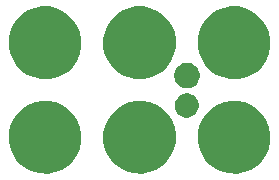
<source format=gts>
%TF.GenerationSoftware,KiCad,Pcbnew,4.0.5-e0-6337~49~ubuntu16.04.1*%
%TF.CreationDate,2017-01-18T12:39:43-08:00*%
%TF.ProjectId,2x3-LED-TH-2.54mm-Pitch-Magnet,3278332D4C45442D54482D322E35346D,1.0*%
%TF.FileFunction,Soldermask,Top*%
%FSLAX46Y46*%
G04 Gerber Fmt 4.6, Leading zero omitted, Abs format (unit mm)*
G04 Created by KiCad (PCBNEW 4.0.5-e0-6337~49~ubuntu16.04.1) date Wed Jan 18 12:39:43 2017*
%MOMM*%
%LPD*%
G01*
G04 APERTURE LIST*
%ADD10C,0.350000*%
G04 APERTURE END LIST*
D10*
G36*
X128468110Y-97890847D02*
X129059055Y-98012151D01*
X129615198Y-98245932D01*
X130115334Y-98583278D01*
X130540421Y-99011343D01*
X130874266Y-99513821D01*
X131104156Y-100071576D01*
X131221264Y-100663014D01*
X131221264Y-100663024D01*
X131221331Y-100663363D01*
X131211710Y-101352416D01*
X131211633Y-101352754D01*
X131211633Y-101352762D01*
X131078057Y-101940701D01*
X130832685Y-102491816D01*
X130484937Y-102984778D01*
X130048062Y-103400809D01*
X129538700Y-103724061D01*
X128976254Y-103942219D01*
X128382147Y-104046976D01*
X127779003Y-104034342D01*
X127189800Y-103904797D01*
X126636982Y-103663277D01*
X126141607Y-103318982D01*
X125722537Y-102885023D01*
X125395738Y-102377930D01*
X125173656Y-101817014D01*
X125064755Y-101223658D01*
X125073177Y-100620441D01*
X125198606Y-100030347D01*
X125436259Y-99475858D01*
X125777091Y-98978088D01*
X126208112Y-98556000D01*
X126712913Y-98225668D01*
X127272259Y-97999677D01*
X127864845Y-97886636D01*
X128468110Y-97890847D01*
X128468110Y-97890847D01*
G37*
G36*
X136468110Y-97890847D02*
X137059055Y-98012151D01*
X137615198Y-98245932D01*
X138115334Y-98583278D01*
X138540421Y-99011343D01*
X138874266Y-99513821D01*
X139104156Y-100071576D01*
X139221264Y-100663014D01*
X139221264Y-100663024D01*
X139221331Y-100663363D01*
X139211710Y-101352416D01*
X139211633Y-101352754D01*
X139211633Y-101352762D01*
X139078057Y-101940701D01*
X138832685Y-102491816D01*
X138484937Y-102984778D01*
X138048062Y-103400809D01*
X137538700Y-103724061D01*
X136976254Y-103942219D01*
X136382147Y-104046976D01*
X135779003Y-104034342D01*
X135189800Y-103904797D01*
X134636982Y-103663277D01*
X134141607Y-103318982D01*
X133722537Y-102885023D01*
X133395738Y-102377930D01*
X133173656Y-101817014D01*
X133064755Y-101223658D01*
X133073177Y-100620441D01*
X133198606Y-100030347D01*
X133436259Y-99475858D01*
X133777091Y-98978088D01*
X134208112Y-98556000D01*
X134712913Y-98225668D01*
X135272259Y-97999677D01*
X135864845Y-97886636D01*
X136468110Y-97890847D01*
X136468110Y-97890847D01*
G37*
G36*
X144468110Y-97890847D02*
X145059055Y-98012151D01*
X145615198Y-98245932D01*
X146115334Y-98583278D01*
X146540421Y-99011343D01*
X146874266Y-99513821D01*
X147104156Y-100071576D01*
X147221264Y-100663014D01*
X147221264Y-100663024D01*
X147221331Y-100663363D01*
X147211710Y-101352416D01*
X147211633Y-101352754D01*
X147211633Y-101352762D01*
X147078057Y-101940701D01*
X146832685Y-102491816D01*
X146484937Y-102984778D01*
X146048062Y-103400809D01*
X145538700Y-103724061D01*
X144976254Y-103942219D01*
X144382147Y-104046976D01*
X143779003Y-104034342D01*
X143189800Y-103904797D01*
X142636982Y-103663277D01*
X142141607Y-103318982D01*
X141722537Y-102885023D01*
X141395738Y-102377930D01*
X141173656Y-101817014D01*
X141064755Y-101223658D01*
X141073177Y-100620441D01*
X141198606Y-100030347D01*
X141436259Y-99475858D01*
X141777091Y-98978088D01*
X142208112Y-98556000D01*
X142712913Y-98225668D01*
X143272259Y-97999677D01*
X143864845Y-97886636D01*
X144468110Y-97890847D01*
X144468110Y-97890847D01*
G37*
G36*
X140252790Y-97249481D02*
X140449921Y-97289947D01*
X140635451Y-97367937D01*
X140802292Y-97480473D01*
X140944098Y-97623272D01*
X141055466Y-97790895D01*
X141132156Y-97976958D01*
X141171176Y-98174027D01*
X141171176Y-98174032D01*
X141171244Y-98174376D01*
X141168034Y-98404239D01*
X141167957Y-98404577D01*
X141167957Y-98404586D01*
X141123449Y-98600490D01*
X141041596Y-98784335D01*
X140925588Y-98948786D01*
X140779850Y-99087571D01*
X140609931Y-99195405D01*
X140422299Y-99268182D01*
X140224112Y-99303128D01*
X140022905Y-99298913D01*
X139826351Y-99255699D01*
X139641933Y-99175128D01*
X139476682Y-99060275D01*
X139336882Y-98915509D01*
X139227864Y-98746345D01*
X139153777Y-98559224D01*
X139117449Y-98361288D01*
X139120258Y-98160058D01*
X139162102Y-97963205D01*
X139241380Y-97778232D01*
X139355080Y-97612178D01*
X139498865Y-97471373D01*
X139667265Y-97361176D01*
X139853860Y-97285786D01*
X140051540Y-97248077D01*
X140252790Y-97249481D01*
X140252790Y-97249481D01*
G37*
G36*
X140258042Y-94659515D02*
X140464777Y-94701952D01*
X140659347Y-94783741D01*
X140834318Y-94901761D01*
X140983033Y-95051518D01*
X141099827Y-95227308D01*
X141180253Y-95422436D01*
X141221178Y-95629124D01*
X141221178Y-95629129D01*
X141221246Y-95629473D01*
X141217880Y-95870536D01*
X141217803Y-95870874D01*
X141217803Y-95870883D01*
X141171122Y-96076349D01*
X141085281Y-96269152D01*
X140963621Y-96441615D01*
X140810782Y-96587162D01*
X140632584Y-96700250D01*
X140435810Y-96776573D01*
X140227967Y-96813222D01*
X140016957Y-96808802D01*
X139810825Y-96763481D01*
X139617422Y-96678985D01*
X139444119Y-96558536D01*
X139297508Y-96406717D01*
X139183178Y-96229310D01*
X139105481Y-96033072D01*
X139067384Y-95825492D01*
X139070330Y-95614458D01*
X139114211Y-95408013D01*
X139197353Y-95214028D01*
X139316593Y-95039883D01*
X139467384Y-94892217D01*
X139643988Y-94776651D01*
X139839675Y-94697588D01*
X140046987Y-94658042D01*
X140258042Y-94659515D01*
X140258042Y-94659515D01*
G37*
G36*
X128468110Y-89890847D02*
X129059055Y-90012151D01*
X129615198Y-90245932D01*
X130115334Y-90583278D01*
X130540421Y-91011343D01*
X130874266Y-91513821D01*
X131104156Y-92071576D01*
X131221264Y-92663014D01*
X131221264Y-92663024D01*
X131221331Y-92663363D01*
X131211710Y-93352416D01*
X131211633Y-93352754D01*
X131211633Y-93352762D01*
X131078057Y-93940701D01*
X130832685Y-94491816D01*
X130484937Y-94984778D01*
X130048062Y-95400809D01*
X129538700Y-95724061D01*
X128976254Y-95942219D01*
X128382147Y-96046976D01*
X127779003Y-96034342D01*
X127189800Y-95904797D01*
X126636982Y-95663277D01*
X126141607Y-95318982D01*
X125722537Y-94885023D01*
X125395738Y-94377930D01*
X125173656Y-93817014D01*
X125064755Y-93223658D01*
X125073177Y-92620441D01*
X125198606Y-92030347D01*
X125436259Y-91475858D01*
X125777091Y-90978088D01*
X126208112Y-90556000D01*
X126712913Y-90225668D01*
X127272259Y-89999677D01*
X127864845Y-89886636D01*
X128468110Y-89890847D01*
X128468110Y-89890847D01*
G37*
G36*
X136468110Y-89890847D02*
X137059055Y-90012151D01*
X137615198Y-90245932D01*
X138115334Y-90583278D01*
X138540421Y-91011343D01*
X138874266Y-91513821D01*
X139104156Y-92071576D01*
X139221264Y-92663014D01*
X139221264Y-92663024D01*
X139221331Y-92663363D01*
X139211710Y-93352416D01*
X139211633Y-93352754D01*
X139211633Y-93352762D01*
X139078057Y-93940701D01*
X138832685Y-94491816D01*
X138484937Y-94984778D01*
X138048062Y-95400809D01*
X137538700Y-95724061D01*
X136976254Y-95942219D01*
X136382147Y-96046976D01*
X135779003Y-96034342D01*
X135189800Y-95904797D01*
X134636982Y-95663277D01*
X134141607Y-95318982D01*
X133722537Y-94885023D01*
X133395738Y-94377930D01*
X133173656Y-93817014D01*
X133064755Y-93223658D01*
X133073177Y-92620441D01*
X133198606Y-92030347D01*
X133436259Y-91475858D01*
X133777091Y-90978088D01*
X134208112Y-90556000D01*
X134712913Y-90225668D01*
X135272259Y-89999677D01*
X135864845Y-89886636D01*
X136468110Y-89890847D01*
X136468110Y-89890847D01*
G37*
G36*
X144468110Y-89890847D02*
X145059055Y-90012151D01*
X145615198Y-90245932D01*
X146115334Y-90583278D01*
X146540421Y-91011343D01*
X146874266Y-91513821D01*
X147104156Y-92071576D01*
X147221264Y-92663014D01*
X147221264Y-92663024D01*
X147221331Y-92663363D01*
X147211710Y-93352416D01*
X147211633Y-93352754D01*
X147211633Y-93352762D01*
X147078057Y-93940701D01*
X146832685Y-94491816D01*
X146484937Y-94984778D01*
X146048062Y-95400809D01*
X145538700Y-95724061D01*
X144976254Y-95942219D01*
X144382147Y-96046976D01*
X143779003Y-96034342D01*
X143189800Y-95904797D01*
X142636982Y-95663277D01*
X142141607Y-95318982D01*
X141722537Y-94885023D01*
X141395738Y-94377930D01*
X141173656Y-93817014D01*
X141064755Y-93223658D01*
X141073177Y-92620441D01*
X141198606Y-92030347D01*
X141436259Y-91475858D01*
X141777091Y-90978088D01*
X142208112Y-90556000D01*
X142712913Y-90225668D01*
X143272259Y-89999677D01*
X143864845Y-89886636D01*
X144468110Y-89890847D01*
X144468110Y-89890847D01*
G37*
M02*

</source>
